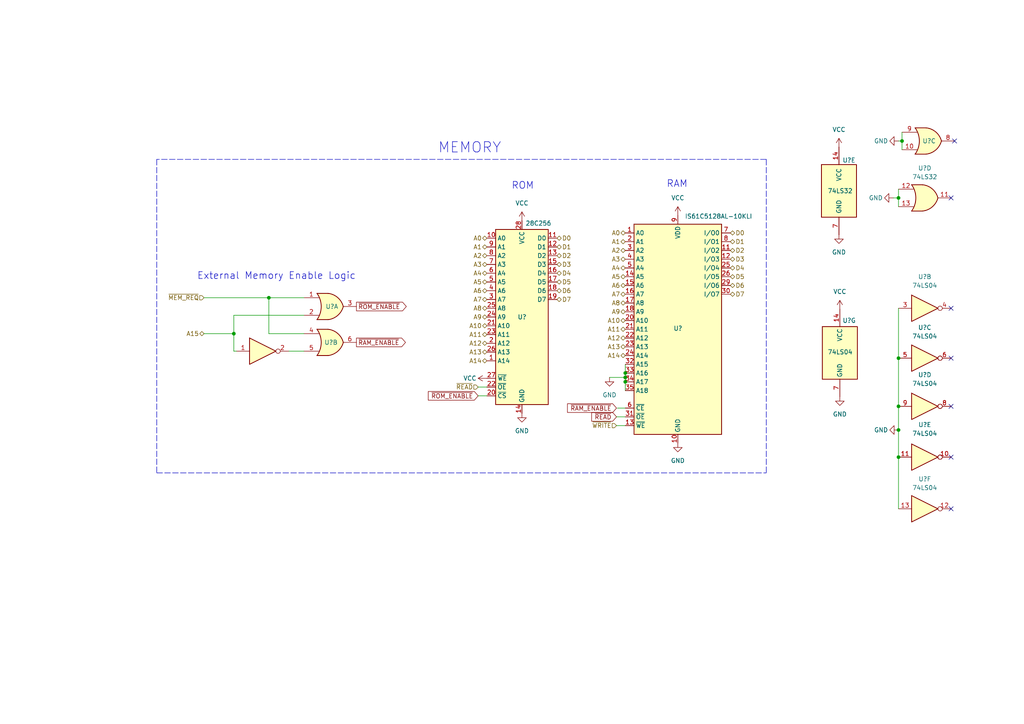
<source format=kicad_sch>
(kicad_sch (version 20211123) (generator eeschema)
  (paper "A4")
  (lib_symbols
    (symbol "74xx:74LS04"
      (property "Reference" "U" (at 0 1.27 0))
      (property "Value" "74LS04" (at 0 -1.27 0))
      (symbol "74LS04_1_0"
        (polyline (pts (xy -3.81 3.81) (xy -3.81 -3.81) (xy 3.81 0) (xy -3.81 3.81)) (stroke (width 0.254)) (fill (type background)))
        (pin input line (at -7.62 0 0) (length 3.81) (name "~") (number "1"))
        (pin output inverted (at 7.62 0 180) (length 3.81) (name "~") (number "2"))
      )
      (symbol "74LS04_2_0"
        (polyline (pts (xy -3.81 3.81) (xy -3.81 -3.81) (xy 3.81 0) (xy -3.81 3.81)) (stroke (width 0.254)) (fill (type background)))
        (pin input line (at -7.62 0 0) (length 3.81) (name "~") (number "3"))
        (pin output inverted (at 7.62 0 180) (length 3.81) (name "~") (number "4"))
      )
      (symbol "74LS04_3_0"
        (polyline (pts (xy -3.81 3.81) (xy -3.81 -3.81) (xy 3.81 0) (xy -3.81 3.81)) (stroke (width 0.254)) (fill (type background)))
        (pin input line (at -7.62 0 0) (length 3.81) (name "~") (number "5"))
        (pin output inverted (at 7.62 0 180) (length 3.81) (name "~") (number "6"))
      )
      (symbol "74LS04_4_0"
        (polyline (pts (xy -3.81 3.81) (xy -3.81 -3.81) (xy 3.81 0) (xy -3.81 3.81)) (stroke (width 0.254)) (fill (type background)))
        (pin output inverted (at 7.62 0 180) (length 3.81) (name "~") (number "8"))
        (pin input line (at -7.62 0 0) (length 3.81) (name "~") (number "9"))
      )
      (symbol "74LS04_5_0"
        (polyline (pts (xy -3.81 3.81) (xy -3.81 -3.81) (xy 3.81 0) (xy -3.81 3.81)) (stroke (width 0.254)) (fill (type background)))
        (pin output inverted (at 7.62 0 180) (length 3.81) (name "~") (number "10"))
        (pin input line (at -7.62 0 0) (length 3.81) (name "~") (number "11"))
      )
      (symbol "74LS04_6_0"
        (polyline (pts (xy -3.81 3.81) (xy -3.81 -3.81) (xy 3.81 0) (xy -3.81 3.81)) (stroke (width 0.254)) (fill (type background)))
        (pin output inverted (at 7.62 0 180) (length 3.81) (name "~") (number "12"))
        (pin input line (at -7.62 0 0) (length 3.81) (name "~") (number "13"))
      )
      (symbol "74LS04_7_0"
        (pin power_in line (at 0 12.7 270) (length 5.08) (name "VCC") (number "14"))
        (pin power_in line (at 0 -12.7 90) (length 5.08) (name "GND") (number "7"))
      )
      (symbol "74LS04_7_1"
        (rectangle (start -5.08 7.62) (end 5.08 -7.62) (stroke (width 0.254)) (fill (type background)))
      )
    )
    (symbol "74xx:74LS32" (pin_names (offset 1.016))
      (property "Reference" "U" (at 0 1.27 0))
      (property "Value" "74LS32" (at 0 -1.27 0))
      (symbol "74LS32_1_1"
        (arc (start -3.81 -3.81) (mid -2.589 0) (end -3.81 3.81) (stroke (width 0.254)))
        (arc (start -0.6096 -3.81) (mid 2.1855 -2.584) (end 3.81 0) (stroke (width 0.254)) (fill (type background)))
        (polyline (pts (xy -3.81 -3.81) (xy -0.635 -3.81)) (stroke (width 0.254)) (fill (type background)))
        (polyline (pts (xy -3.81 3.81) (xy -0.635 3.81)) (stroke (width 0.254)) (fill (type background)))
        (polyline (pts (xy -0.635 3.81) (xy -3.81 3.81) (xy -3.81 3.81) (xy -3.556 3.4036) (xy -3.0226 2.2606) (xy -2.6924 1.0414) (xy -2.6162 -0.254) (xy -2.7686 -1.4986) (xy -3.175 -2.7178) (xy -3.81 -3.81) (xy -3.81 -3.81) (xy -0.635 -3.81)) (stroke (width -25.4)) (fill (type background)))
        (arc (start 3.81 0) (mid 2.1928 2.5925) (end -0.6096 3.81) (stroke (width 0.254)) (fill (type background)))
        (pin input line (at -7.62 2.54 0) (length 4.318) (name "~") (number "1"))
        (pin input line (at -7.62 -2.54 0) (length 4.318) (name "~") (number "2"))
        (pin output line (at 7.62 0 180) (length 3.81) (name "~") (number "3"))
      )
      (symbol "74LS32_1_2"
        (arc (start 0 -3.81) (mid 3.81 0) (end 0 3.81) (stroke (width 0.254)) (fill (type background)))
        (polyline (pts (xy 0 3.81) (xy -3.81 3.81) (xy -3.81 -3.81) (xy 0 -3.81)) (stroke (width 0.254)) (fill (type background)))
        (pin input inverted (at -7.62 2.54 0) (length 3.81) (name "~") (number "1"))
        (pin input inverted (at -7.62 -2.54 0) (length 3.81) (name "~") (number "2"))
        (pin output inverted (at 7.62 0 180) (length 3.81) (name "~") (number "3"))
      )
      (symbol "74LS32_2_1"
        (arc (start -3.81 -3.81) (mid -2.589 0) (end -3.81 3.81) (stroke (width 0.254)))
        (arc (start -0.6096 -3.81) (mid 2.1855 -2.584) (end 3.81 0) (stroke (width 0.254)) (fill (type background)))
        (polyline (pts (xy -3.81 -3.81) (xy -0.635 -3.81)) (stroke (width 0.254)) (fill (type background)))
        (polyline (pts (xy -3.81 3.81) (xy -0.635 3.81)) (stroke (width 0.254)) (fill (type background)))
        (polyline (pts (xy -0.635 3.81) (xy -3.81 3.81) (xy -3.81 3.81) (xy -3.556 3.4036) (xy -3.0226 2.2606) (xy -2.6924 1.0414) (xy -2.6162 -0.254) (xy -2.7686 -1.4986) (xy -3.175 -2.7178) (xy -3.81 -3.81) (xy -3.81 -3.81) (xy -0.635 -3.81)) (stroke (width -25.4)) (fill (type background)))
        (arc (start 3.81 0) (mid 2.1928 2.5925) (end -0.6096 3.81) (stroke (width 0.254)) (fill (type background)))
        (pin input line (at -7.62 2.54 0) (length 4.318) (name "~") (number "4"))
        (pin input line (at -7.62 -2.54 0) (length 4.318) (name "~") (number "5"))
        (pin output line (at 7.62 0 180) (length 3.81) (name "~") (number "6"))
      )
      (symbol "74LS32_2_2"
        (arc (start 0 -3.81) (mid 3.81 0) (end 0 3.81) (stroke (width 0.254)) (fill (type background)))
        (polyline (pts (xy 0 3.81) (xy -3.81 3.81) (xy -3.81 -3.81) (xy 0 -3.81)) (stroke (width 0.254)) (fill (type background)))
        (pin input inverted (at -7.62 2.54 0) (length 3.81) (name "~") (number "4"))
        (pin input inverted (at -7.62 -2.54 0) (length 3.81) (name "~") (number "5"))
        (pin output inverted (at 7.62 0 180) (length 3.81) (name "~") (number "6"))
      )
      (symbol "74LS32_3_1"
        (arc (start -3.81 -3.81) (mid -2.589 0) (end -3.81 3.81) (stroke (width 0.254)))
        (arc (start -0.6096 -3.81) (mid 2.1855 -2.584) (end 3.81 0) (stroke (width 0.254)) (fill (type background)))
        (polyline (pts (xy -3.81 -3.81) (xy -0.635 -3.81)) (stroke (width 0.254)) (fill (type background)))
        (polyline (pts (xy -3.81 3.81) (xy -0.635 3.81)) (stroke (width 0.254)) (fill (type background)))
        (polyline (pts (xy -0.635 3.81) (xy -3.81 3.81) (xy -3.81 3.81) (xy -3.556 3.4036) (xy -3.0226 2.2606) (xy -2.6924 1.0414) (xy -2.6162 -0.254) (xy -2.7686 -1.4986) (xy -3.175 -2.7178) (xy -3.81 -3.81) (xy -3.81 -3.81) (xy -0.635 -3.81)) (stroke (width -25.4)) (fill (type background)))
        (arc (start 3.81 0) (mid 2.1928 2.5925) (end -0.6096 3.81) (stroke (width 0.254)) (fill (type background)))
        (pin input line (at -7.62 -2.54 0) (length 4.318) (name "~") (number "10"))
        (pin output line (at 7.62 0 180) (length 3.81) (name "~") (number "8"))
        (pin input line (at -7.62 2.54 0) (length 4.318) (name "~") (number "9"))
      )
      (symbol "74LS32_3_2"
        (arc (start 0 -3.81) (mid 3.81 0) (end 0 3.81) (stroke (width 0.254)) (fill (type background)))
        (polyline (pts (xy 0 3.81) (xy -3.81 3.81) (xy -3.81 -3.81) (xy 0 -3.81)) (stroke (width 0.254)) (fill (type background)))
        (pin input inverted (at -7.62 -2.54 0) (length 3.81) (name "~") (number "10"))
        (pin output inverted (at 7.62 0 180) (length 3.81) (name "~") (number "8"))
        (pin input inverted (at -7.62 2.54 0) (length 3.81) (name "~") (number "9"))
      )
      (symbol "74LS32_4_1"
        (arc (start -3.81 -3.81) (mid -2.589 0) (end -3.81 3.81) (stroke (width 0.254)))
        (arc (start -0.6096 -3.81) (mid 2.1855 -2.584) (end 3.81 0) (stroke (width 0.254)) (fill (type background)))
        (polyline (pts (xy -3.81 -3.81) (xy -0.635 -3.81)) (stroke (width 0.254)) (fill (type background)))
        (polyline (pts (xy -3.81 3.81) (xy -0.635 3.81)) (stroke (width 0.254)) (fill (type background)))
        (polyline (pts (xy -0.635 3.81) (xy -3.81 3.81) (xy -3.81 3.81) (xy -3.556 3.4036) (xy -3.0226 2.2606) (xy -2.6924 1.0414) (xy -2.6162 -0.254) (xy -2.7686 -1.4986) (xy -3.175 -2.7178) (xy -3.81 -3.81) (xy -3.81 -3.81) (xy -0.635 -3.81)) (stroke (width -25.4)) (fill (type background)))
        (arc (start 3.81 0) (mid 2.1928 2.5925) (end -0.6096 3.81) (stroke (width 0.254)) (fill (type background)))
        (pin output line (at 7.62 0 180) (length 3.81) (name "~") (number "11"))
        (pin input line (at -7.62 2.54 0) (length 4.318) (name "~") (number "12"))
        (pin input line (at -7.62 -2.54 0) (length 4.318) (name "~") (number "13"))
      )
      (symbol "74LS32_4_2"
        (arc (start 0 -3.81) (mid 3.81 0) (end 0 3.81) (stroke (width 0.254)) (fill (type background)))
        (polyline (pts (xy 0 3.81) (xy -3.81 3.81) (xy -3.81 -3.81) (xy 0 -3.81)) (stroke (width 0.254)) (fill (type background)))
        (pin output inverted (at 7.62 0 180) (length 3.81) (name "~") (number "11"))
        (pin input inverted (at -7.62 2.54 0) (length 3.81) (name "~") (number "12"))
        (pin input inverted (at -7.62 -2.54 0) (length 3.81) (name "~") (number "13"))
      )
      (symbol "74LS32_5_0"
        (pin power_in line (at 0 12.7 270) (length 5.08) (name "VCC") (number "14"))
        (pin power_in line (at 0 -12.7 90) (length 5.08) (name "GND") (number "7"))
      )
      (symbol "74LS32_5_1"
        (rectangle (start -5.08 7.62) (end 5.08 -7.62) (stroke (width 0.254)) (fill (type background)))
      )
    )
    (symbol "Memory_EEPROM:28C256"
      (property "Reference" "U" (at -7.62 26.67 0))
      (property "Value" "28C256" (at 2.54 -26.67 0))
      (symbol "28C256_1_1"
        (rectangle (start -7.62 25.4) (end 7.62 -25.4) (stroke (width 0.254)) (fill (type background)))
        (pin input line (at -10.16 -12.7 0) (length 2.54) (name "A14") (number "1"))
        (pin input line (at -10.16 22.86 0) (length 2.54) (name "A0") (number "10"))
        (pin tri_state line (at 10.16 22.86 180) (length 2.54) (name "D0") (number "11"))
        (pin tri_state line (at 10.16 20.32 180) (length 2.54) (name "D1") (number "12"))
        (pin tri_state line (at 10.16 17.78 180) (length 2.54) (name "D2") (number "13"))
        (pin power_in line (at 0 -27.94 90) (length 2.54) (name "GND") (number "14"))
        (pin tri_state line (at 10.16 15.24 180) (length 2.54) (name "D3") (number "15"))
        (pin tri_state line (at 10.16 12.7 180) (length 2.54) (name "D4") (number "16"))
        (pin tri_state line (at 10.16 10.16 180) (length 2.54) (name "D5") (number "17"))
        (pin tri_state line (at 10.16 7.62 180) (length 2.54) (name "D6") (number "18"))
        (pin tri_state line (at 10.16 5.08 180) (length 2.54) (name "D7") (number "19"))
        (pin input line (at -10.16 -7.62 0) (length 2.54) (name "A12") (number "2"))
        (pin input line (at -10.16 -22.86 0) (length 2.54) (name "~{CS}") (number "20"))
        (pin input line (at -10.16 -2.54 0) (length 2.54) (name "A10") (number "21"))
        (pin input line (at -10.16 -20.32 0) (length 2.54) (name "~{OE}") (number "22"))
        (pin input line (at -10.16 -5.08 0) (length 2.54) (name "A11") (number "23"))
        (pin input line (at -10.16 0 0) (length 2.54) (name "A9") (number "24"))
        (pin input line (at -10.16 2.54 0) (length 2.54) (name "A8") (number "25"))
        (pin input line (at -10.16 -10.16 0) (length 2.54) (name "A13") (number "26"))
        (pin input line (at -10.16 -17.78 0) (length 2.54) (name "~{WE}") (number "27"))
        (pin power_in line (at 0 27.94 270) (length 2.54) (name "VCC") (number "28"))
        (pin input line (at -10.16 5.08 0) (length 2.54) (name "A7") (number "3"))
        (pin input line (at -10.16 7.62 0) (length 2.54) (name "A6") (number "4"))
        (pin input line (at -10.16 10.16 0) (length 2.54) (name "A5") (number "5"))
        (pin input line (at -10.16 12.7 0) (length 2.54) (name "A4") (number "6"))
        (pin input line (at -10.16 15.24 0) (length 2.54) (name "A3") (number "7"))
        (pin input line (at -10.16 17.78 0) (length 2.54) (name "A2") (number "8"))
        (pin input line (at -10.16 20.32 0) (length 2.54) (name "A1") (number "9"))
      )
    )
    (symbol "Memory_RAM:IS61C5128AL-10KLI"
      (property "Reference" "U" (at -10.16 31.75 0))
      (property "Value" "IS61C5128AL-10KLI" (at 12.7 31.75 0))
      (symbol "IS61C5128AL-10KLI_0_1"
        (rectangle (start -12.7 30.48) (end 12.7 -30.48) (stroke (width 0.254)) (fill (type background)))
      )
      (symbol "IS61C5128AL-10KLI_1_1"
        (pin input line (at -15.24 27.94 0) (length 2.54) (name "A0") (number "1"))
        (pin power_in line (at 0 -33.02 90) (length 2.54) (name "GND") (number "10"))
        (pin bidirectional line (at 15.24 22.86 180) (length 2.54) (name "I/O2") (number "11"))
        (pin bidirectional line (at 15.24 20.32 180) (length 2.54) (name "I/O3") (number "12"))
        (pin input line (at -15.24 -27.94 0) (length 2.54) (name "~{WE}") (number "13"))
        (pin input line (at -15.24 15.24 0) (length 2.54) (name "A5") (number "14"))
        (pin input line (at -15.24 12.7 0) (length 2.54) (name "A6") (number "15"))
        (pin input line (at -15.24 10.16 0) (length 2.54) (name "A7") (number "16"))
        (pin input line (at -15.24 7.62 0) (length 2.54) (name "A8") (number "17"))
        (pin input line (at -15.24 5.08 0) (length 2.54) (name "A9") (number "18"))
        (pin no_connect line (at 12.7 -27.94 180) (length 2.54) hide (name "NC") (number "19"))
        (pin input line (at -15.24 25.4 0) (length 2.54) (name "A1") (number "2"))
        (pin input line (at -15.24 2.54 0) (length 2.54) (name "A10") (number "20"))
        (pin input line (at -15.24 0 0) (length 2.54) (name "A11") (number "21"))
        (pin input line (at -15.24 -2.54 0) (length 2.54) (name "A12") (number "22"))
        (pin input line (at -15.24 -5.08 0) (length 2.54) (name "A13") (number "23"))
        (pin input line (at -15.24 -7.62 0) (length 2.54) (name "A14") (number "24"))
        (pin bidirectional line (at 15.24 17.78 180) (length 2.54) (name "I/O4") (number "25"))
        (pin bidirectional line (at 15.24 15.24 180) (length 2.54) (name "I/O5") (number "26"))
        (pin passive line (at 0 33.02 270) (length 2.54) hide (name "VDD") (number "27"))
        (pin passive line (at 0 -33.02 90) (length 2.54) hide (name "GND") (number "28"))
        (pin bidirectional line (at 15.24 12.7 180) (length 2.54) (name "I/O6") (number "29"))
        (pin input line (at -15.24 22.86 0) (length 2.54) (name "A2") (number "3"))
        (pin bidirectional line (at 15.24 10.16 180) (length 2.54) (name "I/O7") (number "30"))
        (pin input line (at -15.24 -25.4 0) (length 2.54) (name "~{OE}") (number "31"))
        (pin input line (at -15.24 -10.16 0) (length 2.54) (name "A15") (number "32"))
        (pin input line (at -15.24 -12.7 0) (length 2.54) (name "A16") (number "33"))
        (pin input line (at -15.24 -15.24 0) (length 2.54) (name "A17") (number "34"))
        (pin input line (at -15.24 -17.78 0) (length 2.54) (name "A18") (number "35"))
        (pin no_connect line (at 12.7 -25.4 180) (length 2.54) hide (name "NC") (number "36"))
        (pin input line (at -15.24 20.32 0) (length 2.54) (name "A3") (number "4"))
        (pin input line (at -15.24 17.78 0) (length 2.54) (name "A4") (number "5"))
        (pin input line (at -15.24 -22.86 0) (length 2.54) (name "~{CE}") (number "6"))
        (pin bidirectional line (at 15.24 27.94 180) (length 2.54) (name "I/O0") (number "7"))
        (pin bidirectional line (at 15.24 25.4 180) (length 2.54) (name "I/O1") (number "8"))
        (pin power_in line (at 0 33.02 270) (length 2.54) (name "VDD") (number "9"))
      )
    )
    (symbol "power:GND" (power) (pin_names (offset 0))
      (property "Value" "GND" (at 0 -3.81 0))
      (symbol "GND_0_1"
        (polyline (pts (xy 0 0) (xy 0 -1.27) (xy 1.27 -1.27) (xy 0 -2.54) (xy -1.27 -1.27) (xy 0 -1.27)))
      )
      (symbol "GND_1_1"
        (pin power_in line (at 0 0 270) (length 0) hide (name "GND") (number "1"))
      )
    )
    (symbol "power:VCC" (power) (pin_names (offset 0))
      (property "Value" "VCC" (at 0 3.81 0))
      (symbol "VCC_0_1"
        (polyline (pts (xy -0.762 1.27) (xy 0 2.54)))
        (polyline (pts (xy 0 0) (xy 0 2.54)))
        (polyline (pts (xy 0 2.54) (xy 0.762 1.27)))
      )
      (symbol "VCC_1_1"
        (pin power_in line (at 0 0 90) (length 0) hide (name "VCC") (number "1"))
      )
    )
  )
  (junction (at 260.604 103.886))
  (junction (at 261.62 40.894))
  (junction (at 181.356 109.474))
  (junction (at 260.604 132.588))
  (junction (at 181.356 110.744))
  (junction (at 260.604 124.714))
  (junction (at 77.978 86.36))
  (junction (at 260.604 57.404))
  (junction (at 260.604 117.856))
  (junction (at 181.356 108.204))
  (junction (at 67.818 96.774))
  (no_connect (at 275.844 132.588))
  (no_connect (at 275.844 147.574))
  (no_connect (at 275.844 103.886))
  (no_connect (at 275.844 117.856))
  (no_connect (at 276.86 40.894))
  (no_connect (at 275.844 57.404))
  (no_connect (at 275.844 89.408))
  (wire (pts (xy 88.138 96.774) (xy 77.978 96.774)))
  (wire (pts (xy 260.604 54.864) (xy 260.604 57.404)))
  (wire (pts (xy 181.356 109.474) (xy 181.356 110.744)))
  (wire (pts (xy 88.138 91.44) (xy 67.818 91.44)))
  (wire (pts (xy 181.356 110.744) (xy 181.356 113.284)))
  (wire (pts (xy 181.356 105.664) (xy 181.356 108.204)))
  (wire (pts (xy 178.816 120.904) (xy 181.356 120.904)))
  (wire (pts (xy 59.182 86.36) (xy 77.978 86.36)))
  (wire (pts (xy 138.684 114.808) (xy 141.224 114.808)))
  (wire (pts (xy 260.604 57.404) (xy 260.604 59.944)))
  (wire (pts (xy 260.604 89.408) (xy 260.604 103.886)))
  (wire (pts (xy 261.62 40.894) (xy 261.62 38.354)))
  (wire (pts (xy 179.07 118.364) (xy 181.356 118.364)))
  (polyline (pts (xy 45.466 137.16) (xy 222.25 137.16)))
  (wire (pts (xy 260.604 103.886) (xy 260.604 117.856)))
  (wire (pts (xy 83.82 101.854) (xy 88.138 101.854)))
  (wire (pts (xy 261.62 40.894) (xy 261.62 43.434)))
  (wire (pts (xy 260.604 117.856) (xy 260.604 124.714)))
  (wire (pts (xy 176.784 109.474) (xy 181.356 109.474)))
  (wire (pts (xy 260.604 40.894) (xy 261.62 40.894)))
  (wire (pts (xy 259.08 57.404) (xy 260.604 57.404)))
  (wire (pts (xy 260.604 124.714) (xy 260.604 132.588)))
  (wire (pts (xy 178.816 123.444) (xy 181.356 123.444)))
  (wire (pts (xy 67.818 96.774) (xy 67.818 101.854)))
  (wire (pts (xy 77.978 96.774) (xy 77.978 86.36)))
  (wire (pts (xy 138.684 112.268) (xy 141.224 112.268)))
  (polyline (pts (xy 45.466 46.228) (xy 45.466 137.16)))
  (wire (pts (xy 77.978 86.36) (xy 88.138 86.36)))
  (wire (pts (xy 67.818 101.854) (xy 68.58 101.854)))
  (wire (pts (xy 181.356 108.204) (xy 181.356 109.474)))
  (wire (pts (xy 260.604 132.588) (xy 260.604 147.574)))
  (polyline (pts (xy 222.25 46.228) (xy 222.25 137.16)))
  (wire (pts (xy 67.818 91.44) (xy 67.818 96.774)))
  (polyline (pts (xy 222.25 46.228) (xy 45.466 46.228)))
  (wire (pts (xy 59.182 96.774) (xy 67.818 96.774)))
  (text "MEMORY" (at 127 44.704 0) (effects (font (size 3 3)) (justify left bottom)))
  (text "ROM" (at 148.336 55.118 0) (effects (font (size 2 2)) (justify left bottom)))
  (text "RAM" (at 193.294 54.61 0) (effects (font (size 2 2)) (justify left bottom)))
  (text "External Memory Enable Logic" (at 57.15 81.28 0) (effects (font (size 2 2)) (justify left bottom)))
  (global_label "~{READ}" (shape input) (at 178.816 120.904 180) (property "Intersheet References" "${INTERSHEET_REFS}" (effects hide)))
  (global_label "~{ROM_ENABLE}" (shape output) (at 103.378 88.9 0) (property "Intersheet References" "${INTERSHEET_REFS}" (effects hide)))
  (global_label "~{RAM_ENABLE}" (shape output) (at 103.378 99.314 0) (property "Intersheet References" "${INTERSHEET_REFS}" (effects hide)))
  (global_label "~{RAM_ENABLE}" (shape input) (at 178.816 118.364 180) (property "Intersheet References" "${INTERSHEET_REFS}" (effects hide)))
  (global_label "~{ROM_ENABLE}" (shape input) (at 138.684 114.808 180) (property "Intersheet References" "${INTERSHEET_REFS}" (effects hide)))
  (hierarchical_label "D6" (shape tri_state) (at 161.544 84.328 0))
  (hierarchical_label "A1" (shape tri_state) (at 141.224 71.628 180))
  (hierarchical_label "A14" (shape tri_state) (at 181.356 103.124 180))
  (hierarchical_label "A14" (shape tri_state) (at 141.224 104.648 180))
  (hierarchical_label "A12" (shape tri_state) (at 141.224 99.568 180))
  (hierarchical_label "A7" (shape tri_state) (at 181.356 85.344 180))
  (hierarchical_label "A10" (shape tri_state) (at 181.356 92.964 180))
  (hierarchical_label "A4" (shape tri_state) (at 181.356 77.724 180))
  (hierarchical_label "A6" (shape tri_state) (at 141.224 84.328 180))
  (hierarchical_label "D4" (shape tri_state) (at 161.544 79.248 0))
  (hierarchical_label "D0" (shape tri_state) (at 211.836 67.564 0))
  (hierarchical_label "A3" (shape tri_state) (at 141.224 76.708 180))
  (hierarchical_label "A15" (shape tri_state) (at 59.182 96.774 180))
  (hierarchical_label "A6" (shape tri_state) (at 181.356 82.804 180))
  (hierarchical_label "D7" (shape tri_state) (at 161.544 86.868 0))
  (hierarchical_label "A12" (shape tri_state) (at 181.356 98.044 180))
  (hierarchical_label "A0" (shape tri_state) (at 181.356 67.564 180))
  (hierarchical_label "A2" (shape tri_state) (at 141.224 74.168 180))
  (hierarchical_label "A13" (shape tri_state) (at 181.356 100.584 180))
  (hierarchical_label "A2" (shape tri_state) (at 181.356 72.644 180))
  (hierarchical_label "A9" (shape tri_state) (at 181.356 90.424 180))
  (hierarchical_label "A8" (shape tri_state) (at 181.356 87.884 180))
  (hierarchical_label "A1" (shape tri_state) (at 181.356 70.104 180))
  (hierarchical_label "A5" (shape tri_state) (at 141.224 81.788 180))
  (hierarchical_label "A13" (shape tri_state) (at 141.224 102.108 180))
  (hierarchical_label "D6" (shape tri_state) (at 211.836 82.804 0))
  (hierarchical_label "~{READ}" (shape input) (at 138.684 112.268 180))
  (hierarchical_label "D5" (shape tri_state) (at 161.544 81.788 0))
  (hierarchical_label "D3" (shape tri_state) (at 211.836 75.184 0))
  (hierarchical_label "A11" (shape tri_state) (at 141.224 97.028 180))
  (hierarchical_label "A5" (shape tri_state) (at 181.356 80.264 180))
  (hierarchical_label "D1" (shape tri_state) (at 211.836 70.104 0))
  (hierarchical_label "~{MEM_REQ}" (shape input) (at 59.182 86.36 180))
  (hierarchical_label "A11" (shape tri_state) (at 181.356 95.504 180))
  (hierarchical_label "D1" (shape tri_state) (at 161.544 71.628 0))
  (hierarchical_label "D5" (shape tri_state) (at 211.836 80.264 0))
  (hierarchical_label "A10" (shape tri_state) (at 141.224 94.488 180))
  (hierarchical_label "D4" (shape tri_state) (at 211.836 77.724 0))
  (hierarchical_label "A7" (shape tri_state) (at 141.224 86.868 180))
  (hierarchical_label "~{WRITE}" (shape input) (at 178.816 123.444 180))
  (hierarchical_label "D2" (shape tri_state) (at 161.544 74.168 0))
  (hierarchical_label "A9" (shape tri_state) (at 141.224 91.948 180))
  (hierarchical_label "D3" (shape tri_state) (at 161.544 76.708 0))
  (hierarchical_label "A0" (shape tri_state) (at 141.224 69.088 180))
  (hierarchical_label "A8" (shape tri_state) (at 141.224 89.408 180))
  (hierarchical_label "D7" (shape tri_state) (at 211.836 85.344 0))
  (hierarchical_label "D2" (shape tri_state) (at 211.836 72.644 0))
  (hierarchical_label "A4" (shape tri_state) (at 141.224 79.248 180))
  (hierarchical_label "D0" (shape tri_state) (at 161.544 69.088 0))
  (hierarchical_label "A3" (shape tri_state) (at 181.356 75.184 180))
  (symbol (lib_id "74xx:74LS32") (at 243.332 55.372 0) (unit 5)
    (property "Reference" "U?" (at 244.348 46.482 0) (effects (justify left)))
    (property "Value" "74LS32" (at 240.03 55.372 0) (effects (justify left)))
    (property "Datasheet" "http://www.ti.com/lit/gpn/sn74LS32" (effects hide))
  )
  (symbol (lib_id "power:VCC") (at 243.586 89.662 0) (unit 1)
    (property "Reference" "#PWR?" (effects hide))
    (property "Value" "VCC" (at 243.586 84.582 0))
  )
  (symbol (lib_id "power:VCC") (at 243.332 42.672 0) (unit 1)
    (property "Reference" "#PWR?" (effects hide))
    (property "Value" "VCC" (at 243.332 37.592 0))
  )
  (symbol (lib_id "power:GND") (at 196.596 128.524 0) (unit 1)
    (property "Reference" "#PWR?" (effects hide))
    (property "Value" "GND" (at 196.596 133.604 0))
  )
  (symbol (lib_id "74xx:74LS04") (at 268.224 103.886 0) (unit 3)
    (property "Reference" "U?" (at 268.224 94.996 0))
    (property "Value" "74LS04" (at 268.224 97.536 0))
    (property "Datasheet" "http://www.ti.com/lit/gpn/sn74LS04" (effects hide))
  )
  (symbol (lib_id "power:GND") (at 260.604 124.714 270) (unit 1)
    (property "Reference" "#PWR?" (effects hide))
    (property "Value" "GND" (at 253.492 124.714 90) (effects (justify left)))
  )
  (symbol (lib_id "power:GND") (at 176.784 109.474 0) (unit 1)
    (property "Reference" "#PWR?" (effects hide))
    (property "Value" "GND" (at 176.784 114.554 0))
  )
  (symbol (lib_id "Memory_RAM:IS61C5128AL-10KLI") (at 196.596 95.504 0) (unit 1)
    (property "Reference" "U?" (at 195.326 95.25 0) (effects (justify left)))
    (property "Value" "IS61C5128AL-10KLI" (at 198.628 62.738 0) (effects (justify left)))
    (property "Footprint" "Package_SO:SOJ-36_10.16x23.49mm_P1.27mm" (effects hide))
    (property "Datasheet" "http://www.issi.com/WW/pdf/61-64C5128AL.pdf" (effects hide))
  )
  (symbol (lib_id "power:VCC") (at 141.224 109.728 90) (unit 1)
    (property "Reference" "#PWR?" (effects hide))
    (property "Value" "VCC" (at 134.366 109.728 90) (effects (justify right)))
  )
  (symbol (lib_id "power:VCC") (at 196.596 62.484 0) (unit 1)
    (property "Reference" "#PWR?" (effects hide))
    (property "Value" "VCC" (at 196.596 57.404 0))
  )
  (symbol (lib_id "74xx:74LS04") (at 243.586 102.362 0) (unit 7)
    (property "Reference" "U?" (at 244.348 92.964 0) (effects (justify left)))
    (property "Value" "74LS04" (at 240.03 102.108 0) (effects (justify left)))
    (property "Datasheet" "http://www.ti.com/lit/gpn/sn74LS04" (effects hide))
  )
  (symbol (lib_id "74xx:74LS04") (at 268.224 89.408 0) (unit 2)
    (property "Reference" "U?" (at 268.224 80.264 0))
    (property "Value" "74LS04" (at 268.224 82.804 0))
    (property "Datasheet" "http://www.ti.com/lit/gpn/sn74LS04" (effects hide))
  )
  (symbol (lib_id "74xx:74LS04") (at 268.224 117.856 0) (unit 4)
    (property "Reference" "U?" (at 268.224 108.712 0))
    (property "Value" "74LS04" (at 268.224 111.252 0))
    (property "Datasheet" "http://www.ti.com/lit/gpn/sn74LS04" (effects hide))
  )
  (symbol (lib_id "74xx:74LS32") (at 268.224 57.404 0) (unit 4)
    (property "Reference" "U?" (at 268.224 48.768 0))
    (property "Value" "74LS32" (at 268.224 51.308 0))
    (property "Datasheet" "http://www.ti.com/lit/gpn/sn74LS32" (effects hide))
  )
  (symbol (lib_id "74xx:74LS04") (at 268.224 147.574 0) (unit 6)
    (property "Reference" "U?" (at 268.224 138.938 0))
    (property "Value" "74LS04" (at 268.224 141.478 0))
    (property "Datasheet" "http://www.ti.com/lit/gpn/sn74LS04" (effects hide))
  )
  (symbol (lib_id "power:GND") (at 260.604 40.894 270) (unit 1)
    (property "Reference" "#PWR?" (effects hide))
    (property "Value" "GND" (at 253.492 40.894 90) (effects (justify left)))
  )
  (symbol (lib_id "74xx:74LS32") (at 269.24 40.894 0) (unit 3)
    (property "Reference" "U?" (at 269.494 40.894 0))
    (property "Value" "74LS32" (effects hide))
    (property "Datasheet" "http://www.ti.com/lit/gpn/sn74LS32" (effects hide))
  )
  (symbol (lib_id "power:GND") (at 259.08 57.404 270) (unit 1)
    (property "Reference" "#PWR?" (effects hide))
    (property "Value" "GND" (at 251.968 57.404 90) (effects (justify left)))
  )
  (symbol (lib_id "power:VCC") (at 151.384 64.008 0) (unit 1)
    (property "Reference" "#PWR?" (effects hide))
    (property "Value" "VCC" (at 151.384 58.928 0))
  )
  (symbol (lib_id "74xx:74LS32") (at 95.758 99.314 0) (unit 2)
    (property "Reference" "U?" (at 96.012 99.314 0))
    (property "Value" "74LS32" (effects hide))
    (property "Datasheet" "http://www.ti.com/lit/gpn/sn74LS32" (effects hide))
  )
  (symbol (lib_id "74xx:74LS04") (at 76.2 101.854 0) (unit 1)
    (property "Reference" "U?" (effects hide))
    (property "Value" "74LS04" (effects hide))
    (property "Datasheet" "http://www.ti.com/lit/gpn/sn74LS04" (effects hide))
  )
  (symbol (lib_id "power:GND") (at 151.384 119.888 0) (unit 1)
    (property "Reference" "#PWR?" (effects hide))
    (property "Value" "GND" (at 151.384 124.968 0))
  )
  (symbol (lib_id "74xx:74LS04") (at 268.224 132.588 0) (unit 5)
    (property "Reference" "U?" (at 268.224 123.19 0))
    (property "Value" "74LS04" (at 268.224 125.73 0))
    (property "Datasheet" "http://www.ti.com/lit/gpn/sn74LS04" (effects hide))
  )
  (symbol (lib_id "Memory_EEPROM:28C256") (at 151.384 91.948 0) (unit 1)
    (property "Reference" "U?" (at 150.114 91.948 0) (effects (justify left)))
    (property "Value" "28C256" (at 152.4 64.77 0) (effects (justify left)))
    (property "Datasheet" "http://ww1.microchip.com/downloads/en/DeviceDoc/doc0006.pdf" (effects hide))
  )
  (symbol (lib_id "74xx:74LS32") (at 95.758 88.9 0) (unit 1)
    (property "Reference" "U?" (at 96.266 88.9 0))
    (property "Value" "74LS32" (effects hide))
    (property "Datasheet" "http://www.ti.com/lit/gpn/sn74LS32" (effects hide))
  )
  (symbol (lib_id "power:GND") (at 243.586 115.062 0) (unit 1)
    (property "Reference" "#PWR?" (effects hide))
    (property "Value" "GND" (at 243.586 120.142 0))
  )
  (symbol (lib_id "power:GND") (at 243.332 68.072 0) (unit 1)
    (property "Reference" "#PWR?" (effects hide))
    (property "Value" "GND" (at 243.332 73.152 0))
  )
)
</source>
